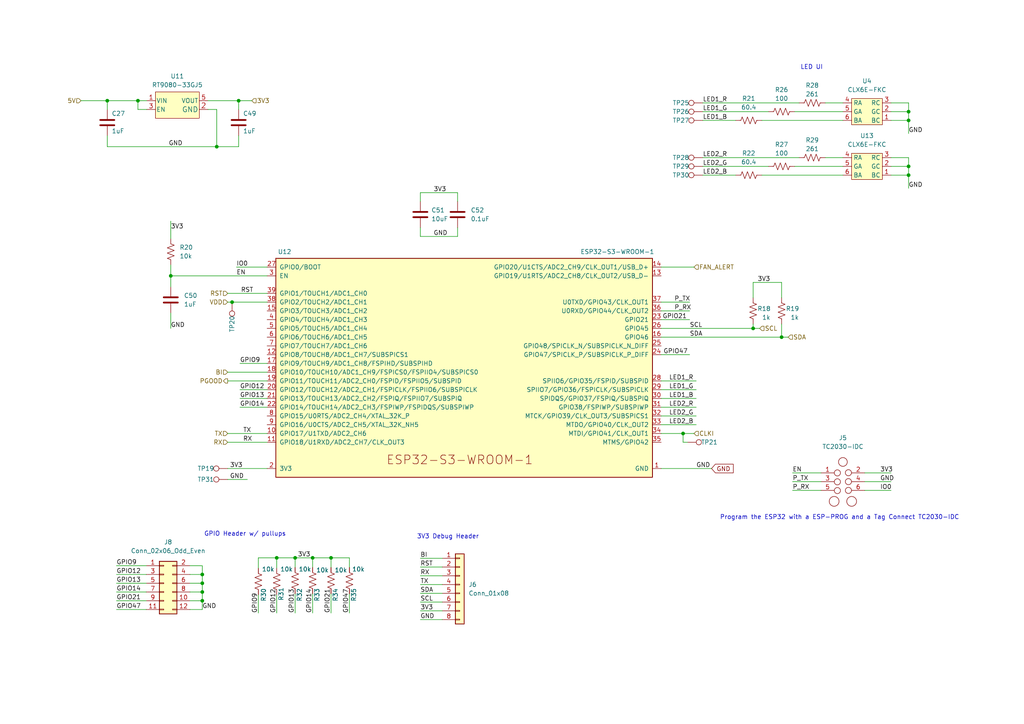
<source format=kicad_sch>
(kicad_sch (version 20211123) (generator eeschema)
  (paper "A4")
  (lib_symbols
    (symbol "CLX6E-FKC_1"
      (property "Reference" "U" (at 3.81 5.08 0))
      (property "Value" "CLX6E-FKC_1" (at 1.27 -5.08 0))
      (symbol "CLX6E-FKC_1_0_1"
        (rectangle (start -3.81 3.81) (end 5.08 -3.81) (stroke (width 0.1524)) (fill (type background)))
      )
      (symbol "CLX6E-FKC_1_1_1"
        (pin bidirectional line (at 7.62 -2.54 180) (length 2.54) (name "BC") (number "1"))
        (pin bidirectional line (at 7.62 0 180) (length 2.54) (name "GC") (number "2"))
        (pin bidirectional line (at 7.62 2.54 180) (length 2.54) (name "RC") (number "3"))
        (pin bidirectional line (at -6.35 2.54 0) (length 2.54) (name "RA") (number "4"))
        (pin bidirectional line (at -6.35 0 0) (length 2.54) (name "GA") (number "5"))
        (pin input line (at -6.35 -2.54 0) (length 2.54) (name "BA") (number "6"))
      )
    )
    (symbol "Connector:TestPoint" (pin_numbers hide) (pin_names (offset 0.762) hide)
      (property "Reference" "TP" (at 0 6.858 0))
      (property "Value" "TestPoint" (at 0 5.08 0))
      (symbol "TestPoint_0_1"
        (circle (center 0 3.302) (radius 0.762))
      )
      (symbol "TestPoint_1_1"
        (pin passive line (at 0 0 90) (length 2.54) (name "1") (number "1"))
      )
    )
    (symbol "Connector_Generic:Conn_01x08" (pin_names (offset 1.016) hide)
      (property "Reference" "J" (at 0 10.16 0))
      (property "Value" "Conn_01x08" (at 0 -12.7 0))
      (symbol "Conn_01x08_1_1"
        (rectangle (start -1.27 -10.033) (end 0 -10.287) (stroke (width 0.1524)))
        (rectangle (start -1.27 -7.493) (end 0 -7.747) (stroke (width 0.1524)))
        (rectangle (start -1.27 -4.953) (end 0 -5.207) (stroke (width 0.1524)))
        (rectangle (start -1.27 -2.413) (end 0 -2.667) (stroke (width 0.1524)))
        (rectangle (start -1.27 0.127) (end 0 -0.127) (stroke (width 0.1524)))
        (rectangle (start -1.27 2.667) (end 0 2.413) (stroke (width 0.1524)))
        (rectangle (start -1.27 5.207) (end 0 4.953) (stroke (width 0.1524)))
        (rectangle (start -1.27 7.747) (end 0 7.493) (stroke (width 0.1524)))
        (rectangle (start -1.27 8.89) (end 1.27 -11.43) (stroke (width 0.254)) (fill (type background)))
        (pin passive line (at -5.08 7.62 0) (length 3.81) (name "Pin_1") (number "1"))
        (pin passive line (at -5.08 5.08 0) (length 3.81) (name "Pin_2") (number "2"))
        (pin passive line (at -5.08 2.54 0) (length 3.81) (name "Pin_3") (number "3"))
        (pin passive line (at -5.08 0 0) (length 3.81) (name "Pin_4") (number "4"))
        (pin passive line (at -5.08 -2.54 0) (length 3.81) (name "Pin_5") (number "5"))
        (pin passive line (at -5.08 -5.08 0) (length 3.81) (name "Pin_6") (number "6"))
        (pin passive line (at -5.08 -7.62 0) (length 3.81) (name "Pin_7") (number "7"))
        (pin passive line (at -5.08 -10.16 0) (length 3.81) (name "Pin_8") (number "8"))
      )
    )
    (symbol "Connector_Generic:Conn_02x06_Odd_Even" (pin_names (offset 1.016) hide)
      (property "Reference" "J" (at 1.27 7.62 0))
      (property "Value" "Conn_02x06_Odd_Even" (at 1.27 -10.16 0))
      (symbol "Conn_02x06_Odd_Even_1_1"
        (rectangle (start -1.27 -7.493) (end 0 -7.747) (stroke (width 0.1524)))
        (rectangle (start -1.27 -4.953) (end 0 -5.207) (stroke (width 0.1524)))
        (rectangle (start -1.27 -2.413) (end 0 -2.667) (stroke (width 0.1524)))
        (rectangle (start -1.27 0.127) (end 0 -0.127) (stroke (width 0.1524)))
        (rectangle (start -1.27 2.667) (end 0 2.413) (stroke (width 0.1524)))
        (rectangle (start -1.27 5.207) (end 0 4.953) (stroke (width 0.1524)))
        (rectangle (start -1.27 6.35) (end 3.81 -8.89) (stroke (width 0.254)) (fill (type background)))
        (rectangle (start 3.81 -7.493) (end 2.54 -7.747) (stroke (width 0.1524)))
        (rectangle (start 3.81 -4.953) (end 2.54 -5.207) (stroke (width 0.1524)))
        (rectangle (start 3.81 -2.413) (end 2.54 -2.667) (stroke (width 0.1524)))
        (rectangle (start 3.81 0.127) (end 2.54 -0.127) (stroke (width 0.1524)))
        (rectangle (start 3.81 2.667) (end 2.54 2.413) (stroke (width 0.1524)))
        (rectangle (start 3.81 5.207) (end 2.54 4.953) (stroke (width 0.1524)))
        (pin passive line (at -5.08 5.08 0) (length 3.81) (name "Pin_1") (number "1"))
        (pin passive line (at 7.62 -5.08 180) (length 3.81) (name "Pin_10") (number "10"))
        (pin passive line (at -5.08 -7.62 0) (length 3.81) (name "Pin_11") (number "11"))
        (pin passive line (at 7.62 -7.62 180) (length 3.81) (name "Pin_12") (number "12"))
        (pin passive line (at 7.62 5.08 180) (length 3.81) (name "Pin_2") (number "2"))
        (pin passive line (at -5.08 2.54 0) (length 3.81) (name "Pin_3") (number "3"))
        (pin passive line (at 7.62 2.54 180) (length 3.81) (name "Pin_4") (number "4"))
        (pin passive line (at -5.08 0 0) (length 3.81) (name "Pin_5") (number "5"))
        (pin passive line (at 7.62 0 180) (length 3.81) (name "Pin_6") (number "6"))
        (pin passive line (at -5.08 -2.54 0) (length 3.81) (name "Pin_7") (number "7"))
        (pin passive line (at 7.62 -2.54 180) (length 3.81) (name "Pin_8") (number "8"))
        (pin passive line (at -5.08 -5.08 0) (length 3.81) (name "Pin_9") (number "9"))
      )
    )
    (symbol "Device:C" (pin_numbers hide) (pin_names (offset 0.254))
      (property "Reference" "C" (at 0.635 2.54 0))
      (property "Value" "C" (at 0.635 -2.54 0))
      (symbol "C_0_1"
        (polyline (pts (xy -2.032 -0.762) (xy 2.032 -0.762)) (stroke (width 0.508)))
        (polyline (pts (xy -2.032 0.762) (xy 2.032 0.762)) (stroke (width 0.508)))
      )
      (symbol "C_1_1"
        (pin passive line (at 0 3.81 270) (length 2.794) (name "~") (number "1"))
        (pin passive line (at 0 -3.81 90) (length 2.794) (name "~") (number "2"))
      )
    )
    (symbol "Device:R_US" (pin_numbers hide) (pin_names (offset 0))
      (property "Reference" "R" (at 2.54 0 90))
      (property "Value" "R_US" (at -2.54 0 90))
      (symbol "R_US_0_1"
        (polyline (pts (xy 0 -2.286) (xy 0 -2.54)))
        (polyline (pts (xy 0 2.286) (xy 0 2.54)))
        (polyline (pts (xy 0 -0.762) (xy 1.016 -1.143) (xy 0 -1.524) (xy -1.016 -1.905) (xy 0 -2.286)))
        (polyline (pts (xy 0 0.762) (xy 1.016 0.381) (xy 0 0) (xy -1.016 -0.381) (xy 0 -0.762)))
        (polyline (pts (xy 0 2.286) (xy 1.016 1.905) (xy 0 1.524) (xy -1.016 1.143) (xy 0 0.762)))
      )
      (symbol "R_US_1_1"
        (pin passive line (at 0 3.81 270) (length 1.27) (name "~") (number "1"))
        (pin passive line (at 0 -3.81 90) (length 1.27) (name "~") (number "2"))
      )
    )
    (symbol "Espressif:ESP32-S3-WROOM-1" (pin_names (offset 1.016))
      (property "Reference" "U" (at -53.34 38.1 0))
      (property "Value" "ESP32-S3-WROOM-1" (at -53.34 35.56 0))
      (symbol "ESP32-S3-WROOM-1_0_0"
        (rectangle (start -53.34 33.02) (end 55.88 -30.48) (stroke (width 0.254)) (fill (type background)))
        (text "ESP32-S3-WROOM-1" (at 0 -25.4 0) (effects (font (size 2.54 2.54))))
        (pin power_in line (at 58.42 -27.94 180) (length 2.54) (name "GND") (number "1"))
        (pin bidirectional line (at -55.88 -17.78 0) (length 2.54) (name "GPIO17/U1TXD/ADC2_CH6") (number "10"))
        (pin bidirectional line (at -55.88 -20.32 0) (length 2.54) (name "GPIO18/U1RXD/ADC2_CH7/CLK_OUT3") (number "11"))
        (pin bidirectional line (at -55.88 5.08 0) (length 2.54) (name "GPIO8/TOUCH8/ADC1_CH7/SUBSPICS1") (number "12"))
        (pin bidirectional line (at 58.42 27.94 180) (length 2.54) (name "GPIO19/U1RTS/ADC2_CH8/CLK_OUT2/USB_D-") (number "13"))
        (pin bidirectional line (at 58.42 30.48 180) (length 2.54) (name "GPIO20/U1CTS/ADC2_CH9/CLK_OUT1/USB_D+") (number "14"))
        (pin bidirectional line (at -55.88 17.78 0) (length 2.54) (name "GPIO3/TOUCH3/ADC1_CH2") (number "15"))
        (pin bidirectional line (at 58.42 10.16 180) (length 2.54) (name "GPIO46") (number "16"))
        (pin bidirectional line (at -55.88 2.54 0) (length 2.54) (name "GPIO9/TOUCH9/ADC1_CH8/FSPIHD/SUBSPIHD") (number "17"))
        (pin bidirectional line (at -55.88 0 0) (length 2.54) (name "GPIO10/TOUCH10/ADC1_CH9/FSPICS0/FSPIIO4/SUBSPICS0") (number "18"))
        (pin bidirectional line (at -55.88 -2.54 0) (length 2.54) (name "GPIO11/TOUCH11/ADC2_CH0/FSPID/FSPIIO5/SUBSPID") (number "19"))
        (pin power_in line (at -55.88 -27.94 0) (length 2.54) (name "3V3") (number "2"))
        (pin bidirectional line (at -55.88 -5.08 0) (length 2.54) (name "GPIO12/TOUCH12/ADC2_CH1/FSPICLK/FSPIIO6/SUBSPICLK") (number "20"))
        (pin bidirectional line (at -55.88 -7.62 0) (length 2.54) (name "GPIO13/TOUCH13/ADC2_CH2/FSPIQ/FSPIIO7/SUBSPIQ") (number "21"))
        (pin bidirectional line (at -55.88 -10.16 0) (length 2.54) (name "GPIO14/TOUCH14/ADC2_CH3/FSPIWP/FSPIDQS/SUBSPIWP") (number "22"))
        (pin bidirectional line (at 58.42 15.24 180) (length 2.54) (name "GPIO21") (number "23"))
        (pin bidirectional line (at 58.42 5.08 180) (length 2.54) (name "GPIO47/SPICLK_P/SUBSPICLK_P_DIFF") (number "24"))
        (pin bidirectional line (at 58.42 7.62 180) (length 2.54) (name "GPIO48/SPICLK_N/SUBSPICLK_N_DIFF") (number "25"))
        (pin bidirectional line (at 58.42 12.7 180) (length 2.54) (name "GPIO45") (number "26"))
        (pin bidirectional line (at -55.88 30.48 0) (length 2.54) (name "GPIO0/BOOT") (number "27"))
        (pin bidirectional line (at 58.42 -2.54 180) (length 2.54) (name "SPIIO6/GPIO35/FSPID/SUBSPID") (number "28"))
        (pin bidirectional line (at 58.42 -5.08 180) (length 2.54) (name "SPIIO7/GPIO36/FSPICLK/SUBSPICLK") (number "29"))
        (pin input line (at -55.88 27.94 0) (length 2.54) (name "EN") (number "3"))
        (pin bidirectional line (at 58.42 -7.62 180) (length 2.54) (name "SPIDQS/GPIO37/FSPIQ/SUBSPIQ") (number "30"))
        (pin bidirectional line (at 58.42 -10.16 180) (length 2.54) (name "GPIO38/FSPIWP/SUBSPIWP") (number "31"))
        (pin bidirectional line (at 58.42 -12.7 180) (length 2.54) (name "MTCK/GPIO39/CLK_OUT3/SUBSPICS1") (number "32"))
        (pin bidirectional line (at 58.42 -15.24 180) (length 2.54) (name "MTDO/GPIO40/CLK_OUT2") (number "33"))
        (pin bidirectional line (at 58.42 -17.78 180) (length 2.54) (name "MTDI/GPIO41/CLK_OUT1") (number "34"))
        (pin bidirectional line (at 58.42 -20.32 180) (length 2.54) (name "MTMS/GPIO42") (number "35"))
        (pin bidirectional line (at 58.42 17.78 180) (length 2.54) (name "U0RXD/GPIO44/CLK_OUT2") (number "36"))
        (pin bidirectional line (at 58.42 20.32 180) (length 2.54) (name "U0TXD/GPIO43/CLK_OUT1") (number "37"))
        (pin bidirectional line (at -55.88 20.32 0) (length 2.54) (name "GPIO2/TOUCH2/ADC1_CH1") (number "38"))
        (pin bidirectional line (at -55.88 22.86 0) (length 2.54) (name "GPIO1/TOUCH1/ADC1_CH0") (number "39"))
        (pin bidirectional line (at -55.88 15.24 0) (length 2.54) (name "GPIO4/TOUCH4/ADC1_CH3") (number "4"))
        (pin passive line (at 58.42 -27.94 180) (length 2.54) hide (name "GND") (number "40"))
        (pin passive line (at 58.42 -27.94 180) (length 2.54) hide (name "GND") (number "41"))
        (pin bidirectional line (at -55.88 12.7 0) (length 2.54) (name "GPIO5/TOUCH5/ADC1_CH4") (number "5"))
        (pin bidirectional line (at -55.88 10.16 0) (length 2.54) (name "GPIO6/TOUCH6/ADC1_CH5") (number "6"))
        (pin bidirectional line (at -55.88 7.62 0) (length 2.54) (name "GPIO7/TOUCH7/ADC1_CH6") (number "7"))
        (pin bidirectional line (at -55.88 -12.7 0) (length 2.54) (name "GPIO15/U0RTS/ADC2_CH4/XTAL_32K_P") (number "8"))
        (pin bidirectional line (at -55.88 -15.24 0) (length 2.54) (name "GPIO16/U0CTS/ADC2_CH5/XTAL_32K_NH5") (number "9"))
      )
    )
    (symbol "Espressif:TC2030-IDC-NL" (pin_names (offset 1.016) hide)
      (property "Reference" "J" (at 0 -8.89 0))
      (property "Value" "TC2030-IDC-NL" (at 0.635 -11.43 0))
      (symbol "TC2030-IDC-NL_0_1"
        (circle (center -2.54 -5.715) (radius 1.4224))
        (circle (center -1.6002 2.54) (radius 0.889))
        (circle (center 0 5.715) (radius 1.27))
      )
      (symbol "TC2030-IDC-NL_1_1"
        (circle (center -1.6002 -2.5908) (radius 0.889))
        (circle (center -1.6002 -0.0508) (radius 0.889))
        (circle (center 1.6002 -2.54) (radius 0.889))
        (circle (center 1.6002 0) (radius 0.889))
        (circle (center 1.6002 2.5908) (radius 0.889))
        (circle (center 2.54 -5.715) (radius 1.4224))
        (pin passive line (at -6.35 2.54 0) (length 3.81) (name "Pin_1") (number "1"))
        (pin passive line (at 6.35 2.54 180) (length 3.81) (name "Pin_2") (number "2"))
        (pin passive line (at -6.35 0 0) (length 3.81) (name "Pin_3") (number "3"))
        (pin passive line (at 6.35 0 180) (length 3.81) (name "Pin_4") (number "4"))
        (pin passive line (at -6.35 -2.54 0) (length 3.81) (name "Pin_5") (number "5"))
        (pin passive line (at 6.35 -2.54 180) (length 3.81) (name "Pin_6") (number "6"))
      )
    )
    (symbol "bitaxe:RT9080-33GJ5" (pin_names (offset 0.254))
      (property "Reference" "U" (at -6.35 5.08 0))
      (property "Value" "RT9080-33GJ5" (at 0 -5.08 0))
      (symbol "RT9080-33GJ5_1_1"
        (rectangle (start -6.35 3.81) (end 6.35 -3.81) (stroke (width 0.1524)) (fill (type background)))
        (pin power_in line (at -8.89 1.27 0) (length 2.54) (name "VIN") (number "1"))
        (pin power_in line (at 8.89 -1.27 180) (length 2.54) (name "GND") (number "2"))
        (pin input line (at -8.89 -1.27 0) (length 2.54) (name "EN") (number "3"))
        (pin output line (at 8.89 1.27 180) (length 2.54) (name "VOUT") (number "5"))
      )
    )
  )
  (junction (at 198.12 125.73))
  (junction (at 85.598 161.798))
  (junction (at 58.674 171.704))
  (junction (at 96.012 161.798))
  (junction (at 263.525 32.385))
  (junction (at 263.525 34.925))
  (junction (at 62.865 42.545))
  (junction (at 263.525 48.26))
  (junction (at 90.678 161.798))
  (junction (at 263.525 50.8))
  (junction (at 40.005 29.21))
  (junction (at 58.674 174.244))
  (junction (at 58.674 169.164))
  (junction (at 80.264 161.798))
  (junction (at 218.44 95.25))
  (junction (at 49.53 80.01))
  (junction (at 69.215 29.21))
  (junction (at 58.674 166.624))
  (junction (at 226.695 97.79))
  (junction (at 67.31 87.63))
  (junction (at 31.115 29.21))
  (wire (pts (xy 33.782 176.784) (xy 42.418 176.784)))
  (wire (pts (xy 121.92 172.085) (xy 128.27 172.085)))
  (wire (pts (xy 121.92 177.165) (xy 128.27 177.165)))
  (wire (pts (xy 121.92 55.88) (xy 121.92 58.42)))
  (wire (pts (xy 218.44 95.25) (xy 220.345 95.25)))
  (wire (pts (xy 191.77 113.03) (xy 201.93 113.03)))
  (wire (pts (xy 31.115 29.21) (xy 31.115 31.75)))
  (wire (pts (xy 258.445 32.385) (xy 263.525 32.385)))
  (wire (pts (xy 96.012 172.212) (xy 96.012 177.8)))
  (wire (pts (xy 55.118 174.244) (xy 58.674 174.244)))
  (wire (pts (xy 55.118 166.624) (xy 58.674 166.624)))
  (wire (pts (xy 33.782 166.624) (xy 42.418 166.624)))
  (wire (pts (xy 58.674 169.164) (xy 58.674 171.704)))
  (wire (pts (xy 239.395 29.845) (xy 244.475 29.845)))
  (wire (pts (xy 60.325 31.75) (xy 62.865 31.75)))
  (wire (pts (xy 58.674 164.084) (xy 58.674 166.624)))
  (wire (pts (xy 90.678 161.798) (xy 96.012 161.798)))
  (wire (pts (xy 258.445 50.8) (xy 263.525 50.8)))
  (wire (pts (xy 250.825 139.7) (xy 258.445 139.7)))
  (wire (pts (xy 263.525 32.385) (xy 263.525 34.925)))
  (wire (pts (xy 191.77 95.25) (xy 218.44 95.25)))
  (wire (pts (xy 69.215 39.37) (xy 69.215 42.545)))
  (wire (pts (xy 226.695 93.98) (xy 226.695 97.79)))
  (wire (pts (xy 55.118 164.084) (xy 58.674 164.084)))
  (wire (pts (xy 66.04 110.49) (xy 77.47 110.49)))
  (wire (pts (xy 132.715 68.58) (xy 121.92 68.58)))
  (wire (pts (xy 55.118 176.784) (xy 58.674 176.784)))
  (wire (pts (xy 62.865 31.75) (xy 62.865 42.545)))
  (wire (pts (xy 220.98 34.925) (xy 244.475 34.925)))
  (wire (pts (xy 250.825 137.16) (xy 258.445 137.16)))
  (wire (pts (xy 69.215 29.21) (xy 69.215 31.75)))
  (wire (pts (xy 80.264 161.798) (xy 85.598 161.798)))
  (wire (pts (xy 77.47 125.73) (xy 66.04 125.73)))
  (wire (pts (xy 132.715 66.04) (xy 132.715 68.58)))
  (wire (pts (xy 49.53 76.835) (xy 49.53 80.01)))
  (wire (pts (xy 263.525 34.925) (xy 263.525 38.735)))
  (wire (pts (xy 40.005 29.21) (xy 42.545 29.21)))
  (wire (pts (xy 191.77 92.71) (xy 200.025 92.71)))
  (wire (pts (xy 226.695 81.915) (xy 226.695 86.36)))
  (wire (pts (xy 191.77 102.87) (xy 200.025 102.87)))
  (wire (pts (xy 85.598 161.798) (xy 90.678 161.798)))
  (wire (pts (xy 49.53 90.805) (xy 49.53 95.25)))
  (wire (pts (xy 69.596 118.11) (xy 77.47 118.11)))
  (wire (pts (xy 58.674 171.704) (xy 58.674 174.244)))
  (wire (pts (xy 198.12 128.27) (xy 198.12 125.73)))
  (wire (pts (xy 218.44 81.915) (xy 218.44 86.36)))
  (wire (pts (xy 85.598 161.798) (xy 85.598 164.592)))
  (wire (pts (xy 77.47 85.09) (xy 66.04 85.09)))
  (wire (pts (xy 230.505 48.26) (xy 244.475 48.26)))
  (wire (pts (xy 66.04 107.95) (xy 77.47 107.95)))
  (wire (pts (xy 68.58 77.47) (xy 77.47 77.47)))
  (wire (pts (xy 191.77 120.65) (xy 201.93 120.65)))
  (wire (pts (xy 191.77 115.57) (xy 201.93 115.57)))
  (wire (pts (xy 220.98 50.8) (xy 244.475 50.8)))
  (wire (pts (xy 203.835 34.925) (xy 213.36 34.925)))
  (wire (pts (xy 55.118 171.704) (xy 58.674 171.704)))
  (wire (pts (xy 55.118 169.164) (xy 58.674 169.164)))
  (wire (pts (xy 23.495 29.21) (xy 31.115 29.21)))
  (wire (pts (xy 199.39 128.27) (xy 198.12 128.27)))
  (wire (pts (xy 222.885 48.26) (xy 203.835 48.26)))
  (wire (pts (xy 250.825 142.24) (xy 258.445 142.24)))
  (wire (pts (xy 191.77 123.19) (xy 201.93 123.19)))
  (wire (pts (xy 203.835 50.8) (xy 213.36 50.8)))
  (wire (pts (xy 191.77 77.47) (xy 201.295 77.47)))
  (wire (pts (xy 121.92 174.625) (xy 128.27 174.625)))
  (wire (pts (xy 74.93 161.798) (xy 80.264 161.798)))
  (wire (pts (xy 258.445 48.26) (xy 263.525 48.26)))
  (wire (pts (xy 33.782 169.164) (xy 42.418 169.164)))
  (wire (pts (xy 263.525 48.26) (xy 263.525 50.8)))
  (wire (pts (xy 218.44 81.915) (xy 226.695 81.915)))
  (wire (pts (xy 230.505 32.385) (xy 244.475 32.385)))
  (wire (pts (xy 226.695 97.79) (xy 228.6 97.79)))
  (wire (pts (xy 191.77 90.17) (xy 200.025 90.17)))
  (wire (pts (xy 77.47 128.27) (xy 66.04 128.27)))
  (wire (pts (xy 191.77 110.49) (xy 201.93 110.49)))
  (wire (pts (xy 33.782 164.084) (xy 42.418 164.084)))
  (wire (pts (xy 229.87 142.24) (xy 238.125 142.24)))
  (wire (pts (xy 49.53 80.01) (xy 77.47 80.01)))
  (wire (pts (xy 80.264 172.466) (xy 80.264 177.8)))
  (wire (pts (xy 198.12 125.73) (xy 201.295 125.73)))
  (wire (pts (xy 191.77 97.79) (xy 226.695 97.79)))
  (wire (pts (xy 49.53 64.135) (xy 49.53 69.215)))
  (wire (pts (xy 96.012 161.798) (xy 96.012 164.592)))
  (wire (pts (xy 66.04 139.065) (xy 71.755 139.065)))
  (wire (pts (xy 69.215 29.21) (xy 73.025 29.21)))
  (wire (pts (xy 33.782 174.244) (xy 42.418 174.244)))
  (wire (pts (xy 31.115 29.21) (xy 40.005 29.21)))
  (wire (pts (xy 121.92 167.005) (xy 128.27 167.005)))
  (wire (pts (xy 121.92 169.545) (xy 128.27 169.545)))
  (wire (pts (xy 191.77 118.11) (xy 201.93 118.11)))
  (wire (pts (xy 80.264 161.798) (xy 80.264 164.846)))
  (wire (pts (xy 101.346 161.798) (xy 101.346 164.592)))
  (wire (pts (xy 90.678 172.212) (xy 90.678 177.8)))
  (wire (pts (xy 33.782 171.704) (xy 42.418 171.704)))
  (wire (pts (xy 263.525 45.72) (xy 263.525 48.26)))
  (wire (pts (xy 191.77 135.89) (xy 206.375 135.89)))
  (wire (pts (xy 229.87 139.7) (xy 238.125 139.7)))
  (wire (pts (xy 31.115 42.545) (xy 31.115 39.37)))
  (wire (pts (xy 67.31 87.63) (xy 77.47 87.63)))
  (wire (pts (xy 263.525 50.8) (xy 263.525 54.61)))
  (wire (pts (xy 121.92 68.58) (xy 121.92 66.04)))
  (wire (pts (xy 121.92 161.925) (xy 128.27 161.925)))
  (wire (pts (xy 203.835 45.72) (xy 231.775 45.72)))
  (wire (pts (xy 69.596 115.57) (xy 77.47 115.57)))
  (wire (pts (xy 85.598 172.212) (xy 85.598 177.8)))
  (wire (pts (xy 42.545 31.75) (xy 40.005 31.75)))
  (wire (pts (xy 258.445 34.925) (xy 263.525 34.925)))
  (wire (pts (xy 229.87 137.16) (xy 238.125 137.16)))
  (wire (pts (xy 69.596 105.41) (xy 77.47 105.41)))
  (wire (pts (xy 191.77 87.63) (xy 200.025 87.63)))
  (wire (pts (xy 40.005 31.75) (xy 40.005 29.21)))
  (wire (pts (xy 74.93 164.846) (xy 74.93 161.798)))
  (wire (pts (xy 90.678 161.798) (xy 90.678 164.592)))
  (wire (pts (xy 191.77 125.73) (xy 198.12 125.73)))
  (wire (pts (xy 121.92 179.705) (xy 128.27 179.705)))
  (wire (pts (xy 101.346 172.212) (xy 101.346 177.8)))
  (wire (pts (xy 49.53 80.01) (xy 49.53 83.185)))
  (wire (pts (xy 239.395 45.72) (xy 244.475 45.72)))
  (wire (pts (xy 218.44 93.98) (xy 218.44 95.25)))
  (wire (pts (xy 96.012 161.798) (xy 101.346 161.798)))
  (wire (pts (xy 203.835 29.845) (xy 231.775 29.845)))
  (wire (pts (xy 258.445 29.845) (xy 263.525 29.845)))
  (wire (pts (xy 132.715 55.88) (xy 121.92 55.88)))
  (wire (pts (xy 258.445 45.72) (xy 263.525 45.72)))
  (wire (pts (xy 74.93 172.466) (xy 74.93 177.8)))
  (wire (pts (xy 121.92 164.465) (xy 128.27 164.465)))
  (wire (pts (xy 222.885 32.385) (xy 203.835 32.385)))
  (wire (pts (xy 66.04 135.89) (xy 77.47 135.89)))
  (wire (pts (xy 132.715 58.42) (xy 132.715 55.88)))
  (wire (pts (xy 69.596 113.03) (xy 77.47 113.03)))
  (wire (pts (xy 263.525 29.845) (xy 263.525 32.385)))
  (wire (pts (xy 66.04 87.63) (xy 67.31 87.63)))
  (wire (pts (xy 69.215 42.545) (xy 62.865 42.545)))
  (wire (pts (xy 60.325 29.21) (xy 69.215 29.21)))
  (wire (pts (xy 58.674 174.244) (xy 58.674 176.784)))
  (wire (pts (xy 62.865 42.545) (xy 31.115 42.545)))
  (wire (pts (xy 58.674 166.624) (xy 58.674 169.164)))
  (text "Program the ESP32 with a ESP-PROG and a Tag Connect TC2030-IDC" (at 208.788 150.876 0) (effects (font (size 1.27 1.27)) (justify left bottom)))
  (text "3V3 Debug Header" (at 120.904 156.464 0) (effects (font (size 1.27 1.27)) (justify left bottom)))
  (text "GPIO Header w/ pullups" (at 59.182 155.702 0) (effects (font (size 1.27 1.27)) (justify left bottom)))
  (text "LED UI" (at 232.156 20.32 0) (effects (font (size 1.27 1.27)) (justify left bottom)))
  (label "LED2_G" (at 203.835 48.26 0))
  (label "GPIO9" (at 74.93 177.8 90))
  (label "P_RX" (at 229.87 142.24 0))
  (label "RX" (at 121.92 167.005 0))
  (label "EN" (at 68.58 80.01 0))
  (label "GPIO13" (at 85.598 177.8 90))
  (label "RST" (at 121.92 164.465 0))
  (label "RST" (at 69.85 85.09 0))
  (label "GPIO9" (at 33.782 164.084 0))
  (label "SDA" (at 121.92 172.085 0))
  (label "GND" (at 263.525 54.61 0))
  (label "GPIO12" (at 80.264 177.8 90))
  (label "LED1_G" (at 194.056 113.03 0))
  (label "P_TX" (at 229.87 139.7 0))
  (label "GPIO14" (at 69.596 118.11 0))
  (label "GPIO21" (at 192.151 92.71 0))
  (label "EN" (at 229.87 137.16 0))
  (label "GPIO12" (at 69.596 113.03 0))
  (label "3V3" (at 86.36 161.798 0))
  (label "P_RX" (at 195.58 90.17 0))
  (label "GPIO14" (at 33.782 171.704 0))
  (label "GPIO47" (at 101.346 177.8 90))
  (label "GPIO21" (at 96.012 177.8 90))
  (label "LED1_G" (at 203.835 32.385 0))
  (label "GND" (at 125.73 68.58 0))
  (label "3V3" (at 66.675 135.89 0))
  (label "3V3" (at 219.71 81.915 0))
  (label "GPIO47" (at 192.405 102.87 0))
  (label "GPIO13" (at 69.596 115.57 0))
  (label "GPIO13" (at 33.782 169.164 0))
  (label "IO0" (at 68.58 77.47 0))
  (label "SDA" (at 200.025 97.79 0))
  (label "BI" (at 121.92 161.925 0))
  (label "GND" (at 66.675 139.065 0))
  (label "GPIO47" (at 33.782 176.784 0))
  (label "TX" (at 70.485 125.73 0))
  (label "3V3" (at 255.27 137.16 0))
  (label "GND" (at 58.674 176.784 0))
  (label "LED1_R" (at 194.056 110.49 0))
  (label "LED2_R" (at 203.835 45.72 0))
  (label "GPIO12" (at 33.782 166.624 0))
  (label "IO0" (at 255.27 142.24 0))
  (label "SCL" (at 121.92 174.625 0))
  (label "SCL" (at 200.025 95.25 0))
  (label "GND" (at 201.93 135.89 0))
  (label "TX" (at 121.92 169.545 0))
  (label "3V3" (at 125.73 55.88 0))
  (label "3V3" (at 121.92 177.165 0))
  (label "LED1_R" (at 203.835 29.845 0))
  (label "3V3" (at 49.53 66.675 0))
  (label "LED2_B" (at 194.056 123.19 0))
  (label "GND" (at 49.53 95.25 0))
  (label "P_TX" (at 195.58 87.63 0))
  (label "GND" (at 121.92 179.705 0))
  (label "LED2_R" (at 194.056 118.11 0))
  (label "LED2_G" (at 194.056 120.65 0))
  (label "GPIO9" (at 69.596 105.41 0))
  (label "GND" (at 255.27 139.7 0))
  (label "GND" (at 48.895 42.545 0))
  (label "GPIO21" (at 33.782 174.244 0))
  (label "LED1_B" (at 194.056 115.57 0))
  (label "RX" (at 70.485 128.27 0))
  (label "GPIO14" (at 90.678 177.8 90))
  (label "LED2_B" (at 203.835 50.8 0))
  (label "LED1_B" (at 203.835 34.925 0))
  (label "GND" (at 263.525 38.735 0))
  (global_label "GND" (shape input) (at 206.375 135.89 0) (property "Intersheet References" "${INTERSHEET_REFS}" (effects hide)))
  (hierarchical_label "TX" (shape input) (at 66.04 125.73 180))
  (hierarchical_label "RX" (shape input) (at 66.04 128.27 180))
  (hierarchical_label "CLKI" (shape input) (at 201.295 125.73 0))
  (hierarchical_label "FAN_ALERT" (shape input) (at 201.295 77.47 0))
  (hierarchical_label "BI" (shape input) (at 66.04 107.95 180))
  (hierarchical_label "3V3" (shape input) (at 73.025 29.21 0))
  (hierarchical_label "SCL" (shape input) (at 220.345 95.25 0))
  (hierarchical_label "RST" (shape input) (at 66.04 85.09 180))
  (hierarchical_label "SDA" (shape input) (at 228.6 97.79 0))
  (hierarchical_label "PGOOD" (shape output) (at 66.04 110.49 180))
  (hierarchical_label "5V" (shape input) (at 23.495 29.21 180))
  (hierarchical_label "VDD" (shape input) (at 66.04 87.63 180))
  (symbol (lib_id "Device:R_US") (at 101.346 168.402 0) (unit 1)
    (property "Reference" "R35" (at 102.616 174.498 90) (effects (justify left)))
    (property "Value" "10k" (at 102.108 165.1 0) (effects (justify left)))
    (property "Footprint" "Resistor_SMD:R_0402_1005Metric" (effects hide))
    (property "DK" "311-10KJRCT-ND" (effects hide))
  )
  (symbol (lib_id "Device:R_US") (at 235.585 29.845 90) (unit 1)
    (property "Reference" "R28" (at 235.585 24.765 90))
    (property "Value" "261" (at 235.585 27.305 90))
    (property "Footprint" "Resistor_SMD:R_0402_1005Metric" (effects hide))
    (property "DK" "YAG3078CT-ND" (effects hide))
  )
  (symbol (lib_id "Device:R_US") (at 218.44 90.17 180) (unit 1)
    (property "Reference" "R18" (at 221.615 89.535 0))
    (property "Value" "1k" (at 222.25 92.075 0))
    (property "Footprint" "Resistor_SMD:R_0402_1005Metric" (effects hide))
    (property "DK" "YAG2306CT-ND" (effects hide))
  )
  (symbol (lib_id "Device:C") (at 49.53 86.995 0) (unit 1)
    (property "Reference" "C50" (at 53.34 85.7249 0) (effects (justify left)))
    (property "Value" "1uF" (at 53.34 88.2649 0) (effects (justify left)))
    (property "Footprint" "Capacitor_SMD:C_0402_1005Metric" (effects hide))
    (property "DK" "587-5514-1-ND" (effects hide))
  )
  (symbol (lib_id "Device:R_US") (at 96.012 168.402 0) (unit 1)
    (property "Reference" "R34" (at 97.282 174.498 90) (effects (justify left)))
    (property "Value" "10k" (at 97.028 165.354 0) (effects (justify left)))
    (property "Footprint" "Resistor_SMD:R_0402_1005Metric" (effects hide))
    (property "DK" "311-10KJRCT-ND" (effects hide))
  )
  (symbol (lib_id "Connector:TestPoint") (at 203.835 34.925 90) (mirror x) (unit 1)
    (property "Reference" "TP27" (at 197.485 34.925 90))
    (property "Value" "TestPoint" (effects hide))
    (property "Footprint" "TestPoint:TestPoint_Pad_D1.5mm" (effects hide))
    (property "DNP" "T" (effects hide))
  )
  (symbol (lib_id "Connector:TestPoint") (at 203.835 48.26 90) (mirror x) (unit 1)
    (property "Reference" "TP29" (at 197.485 48.26 90))
    (property "Value" "TestPoint" (effects hide))
    (property "Footprint" "TestPoint:TestPoint_Pad_D1.5mm" (effects hide))
    (property "DNP" "T" (effects hide))
  )
  (symbol (lib_name "CLX6E-FKC_1") (lib_id "bitaxe:CLX6E-FKC") (at 250.825 32.385 0) (unit 1)
    (property "Reference" "U4" (at 251.46 23.495 0))
    (property "Value" "CLX6E-FKC" (at 251.46 26.035 0))
    (property "Footprint" "bitaxe:CLX6E-FKC-CH1M1D1BB7C3D3" (effects hide))
    (property "Datasheet" "https://assets.cree-led.com/a/ds/h/HB-CLX6E-FKC.pdf" (effects hide))
    (property "DK" "CLX6E-FKC-CH1M1D1BB7C3D3CT-ND" (effects hide))
    (property "PARTNO" "CLX6E-FKC-CH1M1D1BB7C3D3" (effects hide))
  )
  (symbol (lib_id "Device:C") (at 132.715 62.23 0) (unit 1)
    (property "Reference" "C52" (at 136.525 60.9599 0) (effects (justify left)))
    (property "Value" "0.1uF" (at 136.525 63.4999 0) (effects (justify left)))
    (property "Footprint" "Capacitor_SMD:C_0402_1005Metric" (effects hide))
    (property "DK" "1292-1639-1-ND" (effects hide))
  )
  (symbol (lib_id "Connector:TestPoint") (at 67.31 87.63 0) (mirror x) (unit 1)
    (property "Reference" "TP20" (at 67.31 93.98 90))
    (property "Value" "TestPoint" (effects hide))
    (property "Footprint" "TestPoint:TestPoint_Pad_D1.5mm" (effects hide))
    (property "DNP" "T" (effects hide))
  )
  (symbol (lib_id "Connector_Generic:Conn_02x06_Odd_Even") (at 47.498 169.164 0) (unit 1)
    (property "Reference" "J8" (at 48.768 157.226 0))
    (property "Value" "Conn_02x06_Odd_Even" (at 48.768 159.766 0))
    (property "Footprint" "Connector_PinHeader_2.54mm:PinHeader_2x06_P2.54mm_Vertical_SMD" (effects hide))
    (property "DNP" "T" (effects hide))
  )
  (symbol (lib_id "Device:R_US") (at 226.695 32.385 90) (unit 1)
    (property "Reference" "R26" (at 226.695 26.035 90))
    (property "Value" "100" (at 226.695 28.575 90))
    (property "Footprint" "Resistor_SMD:R_0402_1005Metric" (effects hide))
    (property "DK" "RMCF0402FT100RCT-ND" (effects hide))
  )
  (symbol (lib_id "Device:R_US") (at 235.585 45.72 90) (unit 1)
    (property "Reference" "R29" (at 235.585 40.64 90))
    (property "Value" "261" (at 235.585 43.18 90))
    (property "Footprint" "Resistor_SMD:R_0402_1005Metric" (effects hide))
    (property "DK" "YAG3078CT-ND" (effects hide))
  )
  (symbol (lib_id "Device:R_US") (at 226.695 90.17 180) (unit 1)
    (property "Reference" "R19" (at 229.87 89.535 0))
    (property "Value" "1k" (at 230.505 92.075 0))
    (property "Footprint" "Resistor_SMD:R_0402_1005Metric" (effects hide))
    (property "DK" "YAG2306CT-ND" (effects hide))
  )
  (symbol (lib_id "Device:R_US") (at 85.598 168.402 0) (unit 1)
    (property "Reference" "R32" (at 86.868 174.498 90) (effects (justify left)))
    (property "Value" "10k" (at 86.614 165.1 0) (effects (justify left)))
    (property "Footprint" "Resistor_SMD:R_0402_1005Metric" (effects hide))
    (property "DK" "311-10KJRCT-ND" (effects hide))
  )
  (symbol (lib_id "bitaxe:RT9080-33GJ5") (at 51.435 30.48 0) (unit 1)
    (property "Reference" "U11" (at 51.435 22.098 0))
    (property "Value" "RT9080-33GJ5" (at 51.435 24.638 0))
    (property "Footprint" "bitaxe:RT9080-33GJ5" (effects hide))
    (property "Datasheet" "https://www.richtek.com/assets/product_file/RT9080/DS9080-05.pdf" (effects hide))
    (property "DK" "1028-1509-1-ND" (effects hide))
    (property "PARTNO" "RT9080-33GJ5" (effects hide))
  )
  (symbol (lib_id "Connector:TestPoint") (at 203.835 50.8 90) (mirror x) (unit 1)
    (property "Reference" "TP30" (at 197.485 50.8 90))
    (property "Value" "TestPoint" (effects hide))
    (property "Footprint" "TestPoint:TestPoint_Pad_D1.5mm" (effects hide))
    (property "DNP" "T" (effects hide))
  )
  (symbol (lib_id "Device:R_US") (at 74.93 168.656 0) (unit 1)
    (property "Reference" "R30" (at 76.454 174.498 90) (effects (justify left)))
    (property "Value" "10k" (at 75.946 165.1 0) (effects (justify left)))
    (property "Footprint" "Resistor_SMD:R_0402_1005Metric" (effects hide))
    (property "DK" "311-10KJRCT-ND" (effects hide))
  )
  (symbol (lib_id "Device:R_US") (at 80.264 168.656 0) (unit 1)
    (property "Reference" "R31" (at 81.534 174.244 90) (effects (justify left)))
    (property "Value" "10k" (at 81.28 165.1 0) (effects (justify left)))
    (property "Footprint" "Resistor_SMD:R_0402_1005Metric" (effects hide))
    (property "DK" "311-10KJRCT-ND" (effects hide))
  )
  (symbol (lib_id "Connector:TestPoint") (at 66.04 139.065 90) (mirror x) (unit 1)
    (property "Reference" "TP31" (at 59.69 139.065 90))
    (property "Value" "TestPoint" (effects hide))
    (property "Footprint" "TestPoint:TestPoint_Pad_D1.5mm" (effects hide))
    (property "DNP" "T" (effects hide))
  )
  (symbol (lib_id "Device:R_US") (at 226.695 48.26 90) (unit 1)
    (property "Reference" "R27" (at 226.695 41.91 90))
    (property "Value" "100" (at 226.695 44.45 90))
    (property "Footprint" "Resistor_SMD:R_0402_1005Metric" (effects hide))
    (property "DK" "RMCF0402FT100RCT-ND" (effects hide))
  )
  (symbol (lib_id "Connector:TestPoint") (at 203.835 45.72 90) (mirror x) (unit 1)
    (property "Reference" "TP28" (at 197.485 45.72 90))
    (property "Value" "TestPoint" (effects hide))
    (property "Footprint" "TestPoint:TestPoint_Pad_D1.5mm" (effects hide))
    (property "DNP" "T" (effects hide))
  )
  (symbol (lib_id "Device:R_US") (at 90.678 168.402 0) (unit 1)
    (property "Reference" "R33" (at 91.948 174.498 90) (effects (justify left)))
    (property "Value" "10k" (at 91.694 165.354 0) (effects (justify left)))
    (property "Footprint" "Resistor_SMD:R_0402_1005Metric" (effects hide))
    (property "DK" "311-10KJRCT-ND" (effects hide))
  )
  (symbol (lib_id "Connector:TestPoint") (at 203.835 29.845 90) (mirror x) (unit 1)
    (property "Reference" "TP25" (at 197.485 29.845 90))
    (property "Value" "TestPoint" (effects hide))
    (property "Footprint" "TestPoint:TestPoint_Pad_D1.5mm" (effects hide))
    (property "DNP" "T" (effects hide))
  )
  (symbol (lib_id "Device:R_US") (at 49.53 73.025 0) (unit 1)
    (property "Reference" "R20" (at 52.07 71.7549 0) (effects (justify left)))
    (property "Value" "10k" (at 52.07 74.2949 0) (effects (justify left)))
    (property "Footprint" "Resistor_SMD:R_0402_1005Metric" (effects hide))
    (property "DK" "311-10KJRCT-ND" (effects hide))
  )
  (symbol (lib_id "Device:R_US") (at 217.17 34.925 90) (unit 1)
    (property "Reference" "R21" (at 217.17 28.575 90))
    (property "Value" "60.4" (at 217.17 31.115 90))
    (property "Footprint" "Resistor_SMD:R_0402_1005Metric" (effects hide))
    (property "DK" "311-60.4LRCT-ND" (effects hide))
  )
  (symbol (lib_id "Espressif:TC2030-IDC-NL") (at 244.475 139.7 0) (unit 1)
    (property "Reference" "J5" (at 244.475 127 0))
    (property "Value" "TC2030-IDC" (at 244.475 129.54 0))
    (property "Footprint" "Connector:Tag-Connect_TC2030-IDC-NL_2x03_P1.27mm_Vertical" (effects hide))
    (property "DNP" "T" (effects hide))
  )
  (symbol (lib_id "Device:C") (at 69.215 35.56 0) (unit 1)
    (property "Reference" "C49" (at 70.485 33.655 0) (effects (justify left bottom)))
    (property "Value" "1uF" (at 70.485 38.735 0) (effects (justify left bottom)))
    (property "Footprint" "Capacitor_SMD:C_0402_1005Metric" (effects hide))
    (property "DK" "587-5514-1-ND" (effects hide))
  )
  (symbol (lib_id "Device:C") (at 121.92 62.23 0) (unit 1)
    (property "Reference" "C51" (at 125.095 60.9599 0) (effects (justify left)))
    (property "Value" "10uF" (at 125.095 63.4999 0) (effects (justify left)))
    (property "Footprint" "Capacitor_SMD:C_0805_2012Metric" (effects hide))
    (property "DK" "1276-1096-1-ND" (effects hide))
  )
  (symbol (lib_id "Connector:TestPoint") (at 203.835 32.385 90) (mirror x) (unit 1)
    (property "Reference" "TP26" (at 197.485 32.385 90))
    (property "Value" "TestPoint" (effects hide))
    (property "Footprint" "TestPoint:TestPoint_Pad_D1.5mm" (effects hide))
    (property "DNP" "T" (effects hide))
  )
  (symbol (lib_id "Connector:TestPoint") (at 199.39 128.27 270) (mirror x) (unit 1)
    (property "Reference" "TP21" (at 205.74 128.27 90))
    (property "Value" "TestPoint" (effects hide))
    (property "Footprint" "TestPoint:TestPoint_Pad_D1.5mm" (effects hide))
    (property "DNP" "T" (effects hide))
  )
  (symbol (lib_id "Connector:TestPoint") (at 66.04 135.89 90) (mirror x) (unit 1)
    (property "Reference" "TP19" (at 59.69 135.89 90))
    (property "Value" "TestPoint" (effects hide))
    (property "Footprint" "TestPoint:TestPoint_Pad_D1.5mm" (effects hide))
    (property "DNP" "T" (effects hide))
  )
  (symbol (lib_id "Connector_Generic:Conn_01x08") (at 133.35 169.545 0) (unit 1)
    (property "Reference" "J6" (at 135.89 169.5449 0) (effects (justify left)))
    (property "Value" "Conn_01x08" (at 135.89 172.0849 0) (effects (justify left)))
    (property "Footprint" "Connector_PinHeader_2.54mm:PinHeader_1x08_P2.54mm_Vertical" (effects hide))
    (property "DNP" "T" (effects hide))
  )
  (symbol (lib_name "CLX6E-FKC_1") (lib_id "bitaxe:CLX6E-FKC") (at 250.825 48.26 0) (unit 1)
    (property "Reference" "U13" (at 251.46 39.37 0))
    (property "Value" "CLX6E-FKC" (at 251.46 41.91 0))
    (property "Footprint" "bitaxe:CLX6E-FKC-CH1M1D1BB7C3D3" (effects hide))
    (property "Datasheet" "https://assets.cree-led.com/a/ds/h/HB-CLX6E-FKC.pdf" (effects hide))
    (property "DK" "CLX6E-FKC-CH1M1D1BB7C3D3CT-ND" (effects hide))
    (property "PARTNO" "CLX6E-FKC-CH1M1D1BB7C3D3" (effects hide))
  )
  (symbol (lib_id "Device:C") (at 31.115 35.56 0) (unit 1)
    (property "Reference" "C27" (at 32.385 33.655 0) (effects (justify left bottom)))
    (property "Value" "1uF" (at 32.385 38.735 0) (effects (justify left bottom)))
    (property "Footprint" "Capacitor_SMD:C_0402_1005Metric" (effects hide))
    (property "DK" "587-5514-1-ND" (effects hide))
  )
  (symbol (lib_id "Device:R_US") (at 217.17 50.8 90) (unit 1)
    (property "Reference" "R22" (at 217.17 44.45 90))
    (property "Value" "60.4" (at 217.17 46.99 90))
    (property "Footprint" "Resistor_SMD:R_0402_1005Metric" (effects hide))
    (property "DK" "311-60.4LRCT-ND" (effects hide))
  )
  (symbol (lib_id "Espressif:ESP32-S3-WROOM-1") (at 133.35 107.95 0) (unit 1)
    (property "Reference" "U12" (at 82.55 73.025 0))
    (property "Value" "ESP32-S3-WROOM-1" (at 179.07 73.025 0))
    (property "Footprint" "Espressif:ESP32-S3-WROOM-1" (effects hide))
    (property "Datasheet" "https://www.espressif.com/sites/default/files/documentation/esp32-s3-wroom-1_wroom-1u_datasheet_en.pdf" (effects hide))
    (property "DK" "1965-ESP32-S3-WROOM-1-N16R8CT-ND" (effects hide))
    (property "PARTNO" "ESP32-S3-WROOM-1-N16R8" (effects hide))
  )
)
</source>
